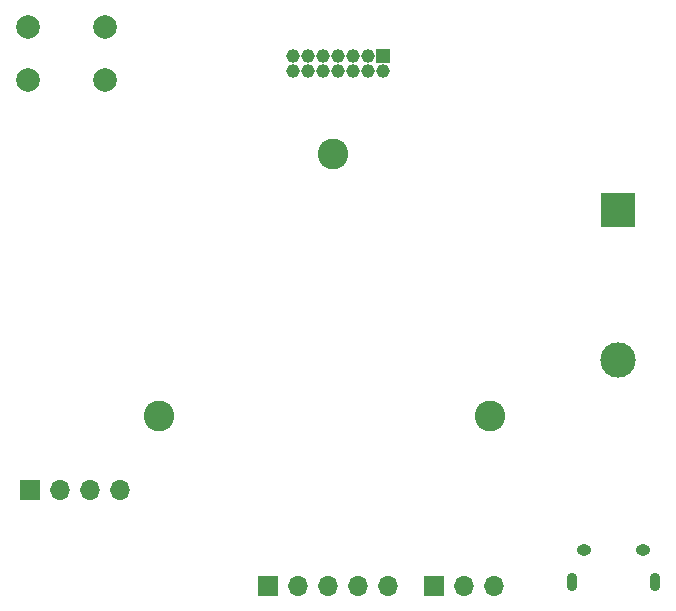
<source format=gbr>
%TF.GenerationSoftware,KiCad,Pcbnew,9.0.0*%
%TF.CreationDate,2025-03-21T22:40:37-06:00*%
%TF.ProjectId,pcb_desgin,7063625f-6465-4736-9769-6e2e6b696361,rev?*%
%TF.SameCoordinates,Original*%
%TF.FileFunction,Soldermask,Bot*%
%TF.FilePolarity,Negative*%
%FSLAX46Y46*%
G04 Gerber Fmt 4.6, Leading zero omitted, Abs format (unit mm)*
G04 Created by KiCad (PCBNEW 9.0.0) date 2025-03-21 22:40:37*
%MOMM*%
%LPD*%
G01*
G04 APERTURE LIST*
%ADD10C,2.000000*%
%ADD11R,1.700000X1.700000*%
%ADD12O,1.700000X1.700000*%
%ADD13O,0.890000X1.550000*%
%ADD14O,1.250000X0.950000*%
%ADD15R,1.168400X1.168400*%
%ADD16C,1.168400*%
%ADD17C,2.600000*%
%ADD18R,3.000000X3.000000*%
%ADD19C,3.000000*%
G04 APERTURE END LIST*
D10*
%TO.C,SW1*%
X94200000Y-35300000D03*
X100700000Y-35300000D03*
X94200000Y-39800000D03*
X100700000Y-39800000D03*
%TD*%
D11*
%TO.C,J4*%
X114540000Y-82700000D03*
D12*
X117080000Y-82700000D03*
X119620000Y-82700000D03*
X122160000Y-82700000D03*
X124700000Y-82700000D03*
%TD*%
D11*
%TO.C,J3*%
X94400000Y-74500000D03*
D12*
X96940000Y-74500000D03*
X99480000Y-74500000D03*
X102020000Y-74500000D03*
%TD*%
D13*
%TO.C,J2*%
X140300000Y-82300000D03*
D14*
X141300000Y-79600000D03*
X146300000Y-79600000D03*
D13*
X147300000Y-82300000D03*
%TD*%
D15*
%TO.C,J1*%
X124300000Y-37830000D03*
D16*
X124300000Y-39100000D03*
X123030000Y-37830000D03*
X123030000Y-39100000D03*
X121760000Y-37830000D03*
X121760000Y-39100000D03*
X120490000Y-37830000D03*
X120490000Y-39100000D03*
X119220000Y-37830000D03*
X119220000Y-39100000D03*
X117950000Y-37830000D03*
X117950000Y-39100000D03*
X116680000Y-37830000D03*
X116680000Y-39100000D03*
%TD*%
D11*
%TO.C,J5*%
X128600000Y-82700000D03*
D12*
X131140000Y-82700000D03*
X133680000Y-82700000D03*
%TD*%
D17*
%TO.C,BT1*%
X105300000Y-68300000D03*
X120050000Y-46100000D03*
X133300000Y-68300000D03*
D18*
X144200000Y-50850000D03*
D19*
X144200000Y-63550000D03*
%TD*%
M02*

</source>
